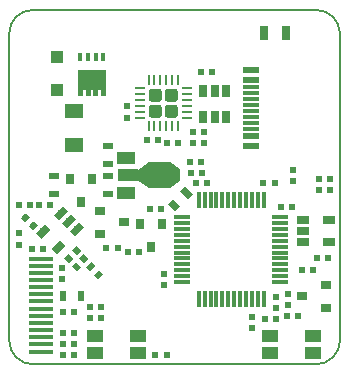
<source format=gtp>
G04 #@! TF.GenerationSoftware,KiCad,Pcbnew,5.1.4+dfsg1-1*
G04 #@! TF.CreationDate,2020-04-12T23:52:35+02:00*
G04 #@! TF.ProjectId,OtterIron_Devkit,4f747465-7249-4726-9f6e-5f4465766b69,rev?*
G04 #@! TF.SameCoordinates,Original*
G04 #@! TF.FileFunction,Paste,Top*
G04 #@! TF.FilePolarity,Positive*
%FSLAX46Y46*%
G04 Gerber Fmt 4.6, Leading zero omitted, Abs format (unit mm)*
G04 Created by KiCad (PCBNEW 5.1.4+dfsg1-1) date 2020-04-12 23:52:35*
%MOMM*%
%LPD*%
G04 APERTURE LIST*
%ADD10C,0.150000*%
%ADD11R,1.600000X1.200000*%
%ADD12R,0.900000X0.600000*%
%ADD13R,0.500000X0.600000*%
%ADD14R,0.900000X0.800000*%
%ADD15R,0.800000X0.900000*%
%ADD16R,1.060000X0.650000*%
%ADD17R,0.600000X0.500000*%
%ADD18R,0.250000X0.825000*%
%ADD19R,0.825000X0.250000*%
%ADD20C,0.100000*%
%ADD21C,1.090000*%
%ADD22R,0.600000X0.900000*%
%ADD23R,1.400000X1.050000*%
%ADD24R,1.475000X0.300000*%
%ADD25R,0.300000X1.475000*%
%ADD26R,0.700000X1.300000*%
%ADD27C,0.500000*%
%ADD28C,0.600000*%
%ADD29C,0.650000*%
%ADD30C,1.000000*%
%ADD31R,1.840000X2.200000*%
%ADD32R,1.500000X1.000000*%
%ADD33R,1.800000X1.000000*%
%ADD34C,0.850000*%
%ADD35R,0.650000X1.060000*%
%ADD36R,0.420000X0.700000*%
%ADD37C,1.710000*%
%ADD38R,2.000000X0.320000*%
%ADD39R,1.450000X0.600000*%
%ADD40R,1.450000X0.300000*%
%ADD41R,1.100000X1.100000*%
G04 APERTURE END LIST*
D10*
X88000000Y-120000001D02*
G75*
G02X85999999Y-118000000I0J2000001D01*
G01*
X114000001Y-118000000D02*
G75*
G02X112000000Y-120000001I-2000001J0D01*
G01*
X112000000Y-89999999D02*
G75*
G02X114000001Y-92000000I0J-2000001D01*
G01*
X86000000Y-92000000D02*
G75*
G02X88000000Y-90000000I2000000J0D01*
G01*
X86000000Y-92000000D02*
X85999999Y-118000000D01*
X112000000Y-90000000D02*
X88000000Y-90000000D01*
X114000000Y-118000000D02*
X114000000Y-92000000D01*
X88000000Y-120000001D02*
X112000000Y-120000001D01*
G36*
X93500000Y-95450000D02*
G01*
X93500000Y-96450000D01*
X92500000Y-96450000D01*
X92500000Y-95450000D01*
X93500000Y-95450000D01*
G37*
X93500000Y-95450000D02*
X93500000Y-96450000D01*
X92500000Y-96450000D01*
X92500000Y-95450000D01*
X93500000Y-95450000D01*
D11*
X91500000Y-101400000D03*
X91500000Y-98600000D03*
D12*
X89800000Y-104050000D03*
X89800000Y-105550000D03*
D13*
X96030000Y-110500000D03*
X96970000Y-110500000D03*
D14*
X95700000Y-108000000D03*
X93700000Y-108950000D03*
X93700000Y-107050000D03*
D15*
X92100000Y-106300000D03*
X91150000Y-104300000D03*
X93050000Y-104300000D03*
D16*
X113100000Y-107750000D03*
X113100000Y-109650000D03*
X110900000Y-109650000D03*
X110900000Y-108700000D03*
X110900000Y-107750000D03*
D17*
X112200000Y-105257868D03*
X112200000Y-104317868D03*
X113136396Y-104317868D03*
X113136396Y-105257868D03*
D13*
X112030000Y-111000000D03*
X112970000Y-111000000D03*
D18*
X100300000Y-99862500D03*
X99800000Y-99862500D03*
X99300000Y-99862500D03*
X98800000Y-99862500D03*
X98300000Y-99862500D03*
X97800000Y-99862500D03*
D19*
X97087500Y-99150000D03*
X97087500Y-98650000D03*
X97087500Y-98150000D03*
X97087500Y-97650000D03*
X97087500Y-97150000D03*
X97087500Y-96650000D03*
D18*
X97800000Y-95937500D03*
X98300000Y-95937500D03*
X98800000Y-95937500D03*
X99300000Y-95937500D03*
X99800000Y-95937500D03*
X100300000Y-95937500D03*
D19*
X101012500Y-96650000D03*
X101012500Y-97150000D03*
X101012500Y-97650000D03*
X101012500Y-98150000D03*
X101012500Y-98650000D03*
X101012500Y-99150000D03*
D20*
G36*
X98694504Y-96681204D02*
G01*
X98718773Y-96684804D01*
X98742571Y-96690765D01*
X98765671Y-96699030D01*
X98787849Y-96709520D01*
X98808893Y-96722133D01*
X98828598Y-96736747D01*
X98846777Y-96753223D01*
X98863253Y-96771402D01*
X98877867Y-96791107D01*
X98890480Y-96812151D01*
X98900970Y-96834329D01*
X98909235Y-96857429D01*
X98915196Y-96881227D01*
X98918796Y-96905496D01*
X98920000Y-96930000D01*
X98920000Y-97520000D01*
X98918796Y-97544504D01*
X98915196Y-97568773D01*
X98909235Y-97592571D01*
X98900970Y-97615671D01*
X98890480Y-97637849D01*
X98877867Y-97658893D01*
X98863253Y-97678598D01*
X98846777Y-97696777D01*
X98828598Y-97713253D01*
X98808893Y-97727867D01*
X98787849Y-97740480D01*
X98765671Y-97750970D01*
X98742571Y-97759235D01*
X98718773Y-97765196D01*
X98694504Y-97768796D01*
X98670000Y-97770000D01*
X98080000Y-97770000D01*
X98055496Y-97768796D01*
X98031227Y-97765196D01*
X98007429Y-97759235D01*
X97984329Y-97750970D01*
X97962151Y-97740480D01*
X97941107Y-97727867D01*
X97921402Y-97713253D01*
X97903223Y-97696777D01*
X97886747Y-97678598D01*
X97872133Y-97658893D01*
X97859520Y-97637849D01*
X97849030Y-97615671D01*
X97840765Y-97592571D01*
X97834804Y-97568773D01*
X97831204Y-97544504D01*
X97830000Y-97520000D01*
X97830000Y-96930000D01*
X97831204Y-96905496D01*
X97834804Y-96881227D01*
X97840765Y-96857429D01*
X97849030Y-96834329D01*
X97859520Y-96812151D01*
X97872133Y-96791107D01*
X97886747Y-96771402D01*
X97903223Y-96753223D01*
X97921402Y-96736747D01*
X97941107Y-96722133D01*
X97962151Y-96709520D01*
X97984329Y-96699030D01*
X98007429Y-96690765D01*
X98031227Y-96684804D01*
X98055496Y-96681204D01*
X98080000Y-96680000D01*
X98670000Y-96680000D01*
X98694504Y-96681204D01*
X98694504Y-96681204D01*
G37*
D21*
X98375000Y-97225000D03*
D20*
G36*
X98694504Y-98031204D02*
G01*
X98718773Y-98034804D01*
X98742571Y-98040765D01*
X98765671Y-98049030D01*
X98787849Y-98059520D01*
X98808893Y-98072133D01*
X98828598Y-98086747D01*
X98846777Y-98103223D01*
X98863253Y-98121402D01*
X98877867Y-98141107D01*
X98890480Y-98162151D01*
X98900970Y-98184329D01*
X98909235Y-98207429D01*
X98915196Y-98231227D01*
X98918796Y-98255496D01*
X98920000Y-98280000D01*
X98920000Y-98870000D01*
X98918796Y-98894504D01*
X98915196Y-98918773D01*
X98909235Y-98942571D01*
X98900970Y-98965671D01*
X98890480Y-98987849D01*
X98877867Y-99008893D01*
X98863253Y-99028598D01*
X98846777Y-99046777D01*
X98828598Y-99063253D01*
X98808893Y-99077867D01*
X98787849Y-99090480D01*
X98765671Y-99100970D01*
X98742571Y-99109235D01*
X98718773Y-99115196D01*
X98694504Y-99118796D01*
X98670000Y-99120000D01*
X98080000Y-99120000D01*
X98055496Y-99118796D01*
X98031227Y-99115196D01*
X98007429Y-99109235D01*
X97984329Y-99100970D01*
X97962151Y-99090480D01*
X97941107Y-99077867D01*
X97921402Y-99063253D01*
X97903223Y-99046777D01*
X97886747Y-99028598D01*
X97872133Y-99008893D01*
X97859520Y-98987849D01*
X97849030Y-98965671D01*
X97840765Y-98942571D01*
X97834804Y-98918773D01*
X97831204Y-98894504D01*
X97830000Y-98870000D01*
X97830000Y-98280000D01*
X97831204Y-98255496D01*
X97834804Y-98231227D01*
X97840765Y-98207429D01*
X97849030Y-98184329D01*
X97859520Y-98162151D01*
X97872133Y-98141107D01*
X97886747Y-98121402D01*
X97903223Y-98103223D01*
X97921402Y-98086747D01*
X97941107Y-98072133D01*
X97962151Y-98059520D01*
X97984329Y-98049030D01*
X98007429Y-98040765D01*
X98031227Y-98034804D01*
X98055496Y-98031204D01*
X98080000Y-98030000D01*
X98670000Y-98030000D01*
X98694504Y-98031204D01*
X98694504Y-98031204D01*
G37*
D21*
X98375000Y-98575000D03*
D20*
G36*
X100044504Y-96681204D02*
G01*
X100068773Y-96684804D01*
X100092571Y-96690765D01*
X100115671Y-96699030D01*
X100137849Y-96709520D01*
X100158893Y-96722133D01*
X100178598Y-96736747D01*
X100196777Y-96753223D01*
X100213253Y-96771402D01*
X100227867Y-96791107D01*
X100240480Y-96812151D01*
X100250970Y-96834329D01*
X100259235Y-96857429D01*
X100265196Y-96881227D01*
X100268796Y-96905496D01*
X100270000Y-96930000D01*
X100270000Y-97520000D01*
X100268796Y-97544504D01*
X100265196Y-97568773D01*
X100259235Y-97592571D01*
X100250970Y-97615671D01*
X100240480Y-97637849D01*
X100227867Y-97658893D01*
X100213253Y-97678598D01*
X100196777Y-97696777D01*
X100178598Y-97713253D01*
X100158893Y-97727867D01*
X100137849Y-97740480D01*
X100115671Y-97750970D01*
X100092571Y-97759235D01*
X100068773Y-97765196D01*
X100044504Y-97768796D01*
X100020000Y-97770000D01*
X99430000Y-97770000D01*
X99405496Y-97768796D01*
X99381227Y-97765196D01*
X99357429Y-97759235D01*
X99334329Y-97750970D01*
X99312151Y-97740480D01*
X99291107Y-97727867D01*
X99271402Y-97713253D01*
X99253223Y-97696777D01*
X99236747Y-97678598D01*
X99222133Y-97658893D01*
X99209520Y-97637849D01*
X99199030Y-97615671D01*
X99190765Y-97592571D01*
X99184804Y-97568773D01*
X99181204Y-97544504D01*
X99180000Y-97520000D01*
X99180000Y-96930000D01*
X99181204Y-96905496D01*
X99184804Y-96881227D01*
X99190765Y-96857429D01*
X99199030Y-96834329D01*
X99209520Y-96812151D01*
X99222133Y-96791107D01*
X99236747Y-96771402D01*
X99253223Y-96753223D01*
X99271402Y-96736747D01*
X99291107Y-96722133D01*
X99312151Y-96709520D01*
X99334329Y-96699030D01*
X99357429Y-96690765D01*
X99381227Y-96684804D01*
X99405496Y-96681204D01*
X99430000Y-96680000D01*
X100020000Y-96680000D01*
X100044504Y-96681204D01*
X100044504Y-96681204D01*
G37*
D21*
X99725000Y-97225000D03*
D20*
G36*
X100044504Y-98031204D02*
G01*
X100068773Y-98034804D01*
X100092571Y-98040765D01*
X100115671Y-98049030D01*
X100137849Y-98059520D01*
X100158893Y-98072133D01*
X100178598Y-98086747D01*
X100196777Y-98103223D01*
X100213253Y-98121402D01*
X100227867Y-98141107D01*
X100240480Y-98162151D01*
X100250970Y-98184329D01*
X100259235Y-98207429D01*
X100265196Y-98231227D01*
X100268796Y-98255496D01*
X100270000Y-98280000D01*
X100270000Y-98870000D01*
X100268796Y-98894504D01*
X100265196Y-98918773D01*
X100259235Y-98942571D01*
X100250970Y-98965671D01*
X100240480Y-98987849D01*
X100227867Y-99008893D01*
X100213253Y-99028598D01*
X100196777Y-99046777D01*
X100178598Y-99063253D01*
X100158893Y-99077867D01*
X100137849Y-99090480D01*
X100115671Y-99100970D01*
X100092571Y-99109235D01*
X100068773Y-99115196D01*
X100044504Y-99118796D01*
X100020000Y-99120000D01*
X99430000Y-99120000D01*
X99405496Y-99118796D01*
X99381227Y-99115196D01*
X99357429Y-99109235D01*
X99334329Y-99100970D01*
X99312151Y-99090480D01*
X99291107Y-99077867D01*
X99271402Y-99063253D01*
X99253223Y-99046777D01*
X99236747Y-99028598D01*
X99222133Y-99008893D01*
X99209520Y-98987849D01*
X99199030Y-98965671D01*
X99190765Y-98942571D01*
X99184804Y-98918773D01*
X99181204Y-98894504D01*
X99180000Y-98870000D01*
X99180000Y-98280000D01*
X99181204Y-98255496D01*
X99184804Y-98231227D01*
X99190765Y-98207429D01*
X99199030Y-98184329D01*
X99209520Y-98162151D01*
X99222133Y-98141107D01*
X99236747Y-98121402D01*
X99253223Y-98103223D01*
X99271402Y-98086747D01*
X99291107Y-98072133D01*
X99312151Y-98059520D01*
X99334329Y-98049030D01*
X99357429Y-98040765D01*
X99381227Y-98034804D01*
X99405496Y-98031204D01*
X99430000Y-98030000D01*
X100020000Y-98030000D01*
X100044504Y-98031204D01*
X100044504Y-98031204D01*
G37*
D21*
X99725000Y-98575000D03*
D22*
X90550000Y-114200000D03*
X92050000Y-114200000D03*
D23*
X93300000Y-119020000D03*
X96900000Y-119020000D03*
X93300000Y-117580000D03*
X96900000Y-117580000D03*
X108100000Y-119020000D03*
X111700000Y-119020000D03*
X108100000Y-117580000D03*
X111700000Y-117580000D03*
D24*
X100637500Y-113050000D03*
X100637500Y-112550000D03*
X100637500Y-112050000D03*
X100637500Y-111550000D03*
X100637500Y-111050000D03*
X100637500Y-110550000D03*
X100637500Y-110050000D03*
X100637500Y-109550000D03*
X100637500Y-109050000D03*
X100637500Y-108550000D03*
X100637500Y-108050000D03*
X100637500Y-107550000D03*
D25*
X102050000Y-106137500D03*
X102550000Y-106137500D03*
X103050000Y-106137500D03*
X103550000Y-106137500D03*
X104050000Y-106137500D03*
X104550000Y-106137500D03*
X105050000Y-106137500D03*
X105550000Y-106137500D03*
X106050000Y-106137500D03*
X106550000Y-106137500D03*
X107050000Y-106137500D03*
X107550000Y-106137500D03*
D24*
X108962500Y-107550000D03*
X108962500Y-108050000D03*
X108962500Y-108550000D03*
X108962500Y-109050000D03*
X108962500Y-109550000D03*
X108962500Y-110050000D03*
X108962500Y-110550000D03*
X108962500Y-111050000D03*
X108962500Y-111550000D03*
X108962500Y-112050000D03*
X108962500Y-112550000D03*
X108962500Y-113050000D03*
D25*
X107550000Y-114462500D03*
X107050000Y-114462500D03*
X106550000Y-114462500D03*
X106050000Y-114462500D03*
X105550000Y-114462500D03*
X105050000Y-114462500D03*
X104550000Y-114462500D03*
X104050000Y-114462500D03*
X103550000Y-114462500D03*
X103050000Y-114462500D03*
X102550000Y-114462500D03*
X102050000Y-114462500D03*
D13*
X91470000Y-115600000D03*
X90530000Y-115600000D03*
D17*
X96000000Y-98180000D03*
X96000000Y-99120000D03*
D26*
X107550000Y-92000000D03*
X109450000Y-92000000D03*
D13*
X111720000Y-112000000D03*
X110780000Y-112000000D03*
X89470000Y-106500000D03*
X88530000Y-106500000D03*
D27*
X88032340Y-108232340D03*
D20*
G36*
X87643431Y-108267695D02*
G01*
X88067695Y-107843431D01*
X88421249Y-108196985D01*
X87996985Y-108621249D01*
X87643431Y-108267695D01*
X87643431Y-108267695D01*
G37*
D27*
X87367660Y-107567660D03*
D20*
G36*
X86978751Y-107603015D02*
G01*
X87403015Y-107178751D01*
X87756569Y-107532305D01*
X87332305Y-107956569D01*
X86978751Y-107603015D01*
X86978751Y-107603015D01*
G37*
D27*
X92332340Y-111067660D03*
D20*
G36*
X92367695Y-111456569D02*
G01*
X91943431Y-111032305D01*
X92296985Y-110678751D01*
X92721249Y-111103015D01*
X92367695Y-111456569D01*
X92367695Y-111456569D01*
G37*
D27*
X91667660Y-111732340D03*
D20*
G36*
X91703015Y-112121249D02*
G01*
X91278751Y-111696985D01*
X91632305Y-111343431D01*
X92056569Y-111767695D01*
X91703015Y-112121249D01*
X91703015Y-112121249D01*
G37*
D27*
X93582340Y-112382340D03*
D20*
G36*
X93193431Y-112417695D02*
G01*
X93617695Y-111993431D01*
X93971249Y-112346985D01*
X93546985Y-112771249D01*
X93193431Y-112417695D01*
X93193431Y-112417695D01*
G37*
D27*
X92917660Y-111717660D03*
D20*
G36*
X92528751Y-111753015D02*
G01*
X92953015Y-111328751D01*
X93306569Y-111682305D01*
X92882305Y-112106569D01*
X92528751Y-111753015D01*
X92528751Y-111753015D01*
G37*
D17*
X93800000Y-115130000D03*
X93800000Y-116070000D03*
D13*
X95170000Y-110200000D03*
X94230000Y-110200000D03*
X91470000Y-117400000D03*
X90530000Y-117400000D03*
D17*
X92800000Y-115130000D03*
X92800000Y-116070000D03*
D13*
X98870000Y-106900000D03*
X97930000Y-106900000D03*
X102230000Y-95300000D03*
X103170000Y-95300000D03*
X108470000Y-104650000D03*
X107530000Y-104650000D03*
X98380000Y-119250000D03*
X99320000Y-119250000D03*
X101380000Y-103800000D03*
X102320000Y-103800000D03*
X101280000Y-102900000D03*
X102220000Y-102900000D03*
D17*
X109600000Y-114970000D03*
X109600000Y-114030000D03*
X110000000Y-104470000D03*
X110000000Y-103530000D03*
D13*
X108570000Y-116200000D03*
X107630000Y-116200000D03*
X101530000Y-100300000D03*
X102470000Y-100300000D03*
X102520000Y-101250000D03*
X101580000Y-101250000D03*
X98570000Y-101050000D03*
X97630000Y-101050000D03*
X109530000Y-115900000D03*
X110470000Y-115900000D03*
X87770000Y-106500000D03*
X86830000Y-106500000D03*
D27*
X91732340Y-110367660D03*
D20*
G36*
X91767695Y-110756569D02*
G01*
X91343431Y-110332305D01*
X91696985Y-109978751D01*
X92121249Y-110403015D01*
X91767695Y-110756569D01*
X91767695Y-110756569D01*
G37*
D27*
X91067660Y-111032340D03*
D20*
G36*
X91103015Y-111421249D02*
G01*
X90678751Y-110996985D01*
X91032305Y-110643431D01*
X91456569Y-111067695D01*
X91103015Y-111421249D01*
X91103015Y-111421249D01*
G37*
D13*
X91470000Y-119200000D03*
X90530000Y-119200000D03*
D17*
X86800000Y-108930000D03*
X86800000Y-109870000D03*
D13*
X91470000Y-118300000D03*
X90530000Y-118300000D03*
D17*
X90500000Y-112770000D03*
X90500000Y-111830000D03*
D28*
X99969670Y-106530330D03*
D20*
G36*
X99863604Y-106000000D02*
G01*
X100500000Y-106636396D01*
X100075736Y-107060660D01*
X99439340Y-106424264D01*
X99863604Y-106000000D01*
X99863604Y-106000000D01*
G37*
D28*
X101030330Y-105469670D03*
D20*
G36*
X100924264Y-104939340D02*
G01*
X101560660Y-105575736D01*
X101136396Y-106000000D01*
X100500000Y-105363604D01*
X100924264Y-104939340D01*
X100924264Y-104939340D01*
G37*
D17*
X106550000Y-116970000D03*
X106550000Y-116030000D03*
D13*
X87930000Y-110250000D03*
X88870000Y-110250000D03*
X99380000Y-101300000D03*
X100320000Y-101300000D03*
D17*
X99100000Y-112330000D03*
X99100000Y-113270000D03*
D13*
X109920000Y-106650000D03*
X108980000Y-106650000D03*
D12*
X94400000Y-104050000D03*
X94400000Y-105550000D03*
D13*
X102720000Y-104650000D03*
X101780000Y-104650000D03*
D17*
X108550000Y-115270000D03*
X108550000Y-114330000D03*
D12*
X94400000Y-103050000D03*
X94400000Y-101550000D03*
D14*
X110800000Y-114250000D03*
X112800000Y-113300000D03*
X112800000Y-115200000D03*
D29*
X90187868Y-110099138D03*
D20*
G36*
X90332825Y-109494562D02*
G01*
X90792444Y-109954181D01*
X90042911Y-110703714D01*
X89583292Y-110244095D01*
X90332825Y-109494562D01*
X90332825Y-109494562D01*
G37*
D29*
X88844365Y-108755635D03*
D20*
G36*
X88989322Y-108151059D02*
G01*
X89448941Y-108610678D01*
X88699408Y-109360211D01*
X88239789Y-108900592D01*
X88989322Y-108151059D01*
X88989322Y-108151059D01*
G37*
D29*
X90400000Y-107200000D03*
D20*
G36*
X90544957Y-106595424D02*
G01*
X91004576Y-107055043D01*
X90255043Y-107804576D01*
X89795424Y-107344957D01*
X90544957Y-106595424D01*
X90544957Y-106595424D01*
G37*
D29*
X91071751Y-107871752D03*
D20*
G36*
X91216708Y-107267176D02*
G01*
X91676327Y-107726795D01*
X90926794Y-108476328D01*
X90467175Y-108016709D01*
X91216708Y-107267176D01*
X91216708Y-107267176D01*
G37*
D29*
X91743503Y-108543503D03*
D20*
G36*
X91888460Y-107938927D02*
G01*
X92348079Y-108398546D01*
X91598546Y-109148079D01*
X91138927Y-108688460D01*
X91888460Y-107938927D01*
X91888460Y-107938927D01*
G37*
D30*
X97323800Y-104000000D03*
D20*
G36*
X97823800Y-105100000D02*
G01*
X96823800Y-104400000D01*
X96823800Y-103600000D01*
X97823800Y-102900000D01*
X97823800Y-105100000D01*
X97823800Y-105100000D01*
G37*
D31*
X98733500Y-104000000D03*
D32*
X95920000Y-105500000D03*
D33*
X96066500Y-104000000D03*
D32*
X95920000Y-102500000D03*
D34*
X100067000Y-104000000D03*
D20*
G36*
X99642000Y-102900000D02*
G01*
X100492000Y-103500000D01*
X100492000Y-104500000D01*
X99642000Y-105100000D01*
X99642000Y-102900000D01*
X99642000Y-102900000D01*
G37*
D35*
X103400000Y-99100000D03*
X104350000Y-99100000D03*
X102450000Y-99100000D03*
X102450000Y-96900000D03*
X103400000Y-96900000D03*
X104350000Y-96900000D03*
D36*
X93975000Y-93950000D03*
X92675000Y-93950000D03*
X93325000Y-93950000D03*
X92025000Y-93950000D03*
D37*
X93000000Y-95905000D03*
D20*
G36*
X93765000Y-97300000D02*
G01*
X93765000Y-96760000D01*
X93535000Y-96760000D01*
X93535000Y-97300000D01*
X93115000Y-97300000D01*
X93115000Y-96760000D01*
X92885000Y-96760000D01*
X92885000Y-97300000D01*
X92465000Y-97300000D01*
X92465000Y-96760000D01*
X92235000Y-96760000D01*
X92235000Y-97300000D01*
X91815000Y-97300000D01*
X91815000Y-95050000D01*
X94185000Y-95050000D01*
X94185000Y-97300000D01*
X93765000Y-97300000D01*
X93765000Y-97300000D01*
G37*
D15*
X98000000Y-110100000D03*
X97050000Y-108100000D03*
X98950000Y-108100000D03*
D38*
X88700000Y-111050776D03*
X88700000Y-111656929D03*
X88700000Y-112263082D03*
X88700000Y-112869235D03*
X88700000Y-113475388D03*
X88700000Y-114081541D03*
X88700000Y-114687694D03*
X88700000Y-115293847D03*
X88700000Y-115900000D03*
X88700000Y-116506153D03*
X88700000Y-117112306D03*
X88700000Y-117718459D03*
X88700000Y-118324612D03*
X88700000Y-118930776D03*
D39*
X106500000Y-100700000D03*
X106500000Y-95900000D03*
X106500000Y-95100000D03*
X106500000Y-101500000D03*
X106500000Y-95100000D03*
X106500000Y-95900000D03*
D40*
X106500000Y-96550000D03*
X106500000Y-97050000D03*
X106500000Y-97550000D03*
X106500000Y-98050000D03*
X106500000Y-98550000D03*
X106500000Y-99050000D03*
X106500000Y-99550000D03*
X106500000Y-100050000D03*
D39*
X106500000Y-100700000D03*
X106500000Y-101500000D03*
D41*
X90050000Y-93950000D03*
X90050000Y-96750000D03*
M02*

</source>
